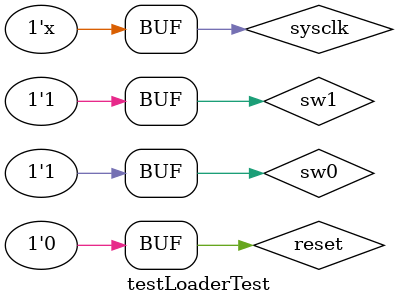
<source format=v>
`timescale 1ns / 1ps


module testLoaderTest;
    reg sysclk;
    reg sw0;
    reg sw1;
    reg reset;
    wire ar;
    
testLoader uut(
    .sysclk(sysclk),
    .sw0(sw0),
    .sw1(sw1),
    .ar(ar)
);
initial begin
    sysclk = 0;
    sw0 = 0;
    sw1 = 0;
    reset = 0;
    #100
    sw0 = 1;
    sw1 = 1;
end
    
always begin
    #4
	sysclk <= ~sysclk;
end 
endmodule

</source>
